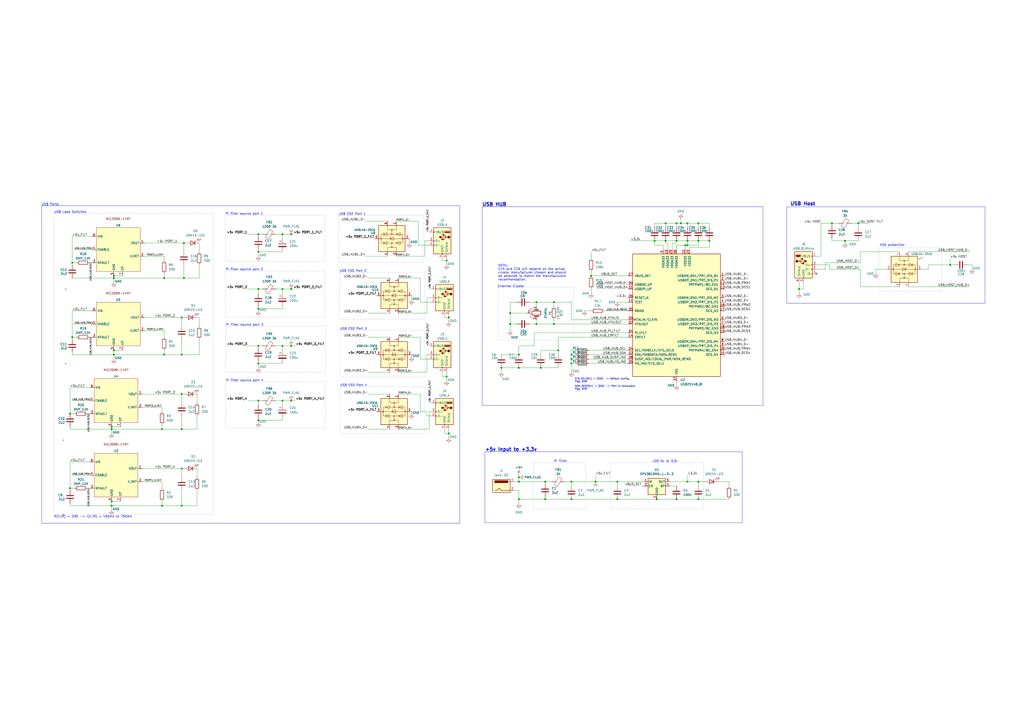
<source format=kicad_sch>
(kicad_sch (version 20230121) (generator eeschema)
  (paper "A2")
  (title_block (title "USB Hub") (date "2025-02-12") (rev "REV 1.0") (company "Felipe Santisteban Facal") (comment 1 "Phil's Lab design"))
  (junction (at 105.41 228.6))
  (junction (at 105.41 271.78))
  (junction (at 392.43 289.56))
  (junction (at 149.86 232.41))
  (junction (at 345.44 279.4))
  (junction (at 66.04 203.2))
  (junction (at 342.9 160.02))
  (junction (at 105.41 205.74))
  (junction (at 66.04 160.02))
  (junction (at 105.41 248.92))
  (junction (at 300.99 205.74))
  (junction (at 295.91 187.96))
  (junction (at 149.86 200.66))
  (junction (at 66.04 205.74))
  (junction (at 168.91 167.64))
  (junction (at 381 289.56))
  (junction (at 331.47 289.56))
  (junction (at 323.85 203.2))
  (junction (at 405.13 129.54))
  (junction (at 260.35 184.15))
  (junction (at 290.83 213.36))
  (junction (at 106.68 161.29))
  (junction (at 163.83 232.41))
  (junction (at 379.73 139.7))
  (junction (at 394.97 129.54))
  (junction (at 405.13 279.4))
  (junction (at 311.15 187.96))
  (junction (at 149.86 135.89))
  (junction (at 316.23 279.4))
  (junction (at 321.31 187.96))
  (junction (at 300.99 213.36))
  (junction (at 490.22 139.7))
  (junction (at 311.15 175.26))
  (junction (at 149.86 243.84))
  (junction (at 482.6 129.54))
  (junction (at 93.98 293.37))
  (junction (at 386.08 129.54))
  (junction (at 398.78 279.4))
  (junction (at 463.55 167.64))
  (junction (at 163.83 200.66))
  (junction (at 163.83 167.64))
  (junction (at 66.04 161.29))
  (junction (at 41.91 152.4))
  (junction (at 64.77 248.92))
  (junction (at 149.86 146.05))
  (junction (at 163.83 135.89))
  (junction (at 386.08 139.7))
  (junction (at 149.86 179.07))
  (junction (at 392.43 129.54))
  (junction (at 64.77 290.83))
  (junction (at 259.08 218.44))
  (junction (at 41.91 195.58))
  (junction (at 398.78 142.24))
  (junction (at 398.78 139.7))
  (junction (at 95.25 205.74))
  (junction (at 64.77 293.37))
  (junction (at 392.43 139.7))
  (junction (at 358.14 279.4))
  (junction (at 168.91 200.66))
  (junction (at 316.23 289.56))
  (junction (at 331.47 210.82))
  (junction (at 300.99 289.56))
  (junction (at 411.48 139.7))
  (junction (at 105.41 293.37))
  (junction (at 168.91 135.89))
  (junction (at 149.86 210.82))
  (junction (at 95.25 161.29))
  (junction (at 331.47 208.28))
  (junction (at 259.08 151.13))
  (junction (at 551.18 153.67))
  (junction (at 331.47 205.74))
  (junction (at 405.13 289.56))
  (junction (at 260.35 251.46))
  (junction (at 64.77 247.65))
  (junction (at 358.14 289.56))
  (junction (at 93.98 248.92))
  (junction (at 313.69 213.36))
  (junction (at 300.99 279.4))
  (junction (at 397.51 142.24))
  (junction (at 497.84 129.54))
  (junction (at 149.86 167.64))
  (junction (at 295.91 181.61))
  (junction (at 40.64 240.03))
  (junction (at 300.99 276.86))
  (junction (at 331.47 279.4))
  (junction (at 405.13 139.7))
  (junction (at 168.91 232.41))
  (junction (at 398.78 129.54))
  (junction (at 321.31 175.26))
  (junction (at 106.68 140.97))
  (junction (at 40.64 283.21))
  (junction (at 105.41 184.15))
  (no_connect (at 473.71 158.75))
  (wire (pts (xy 64.77 293.37) (xy 64.77 295.91)))
  (wire (pts (xy 508 156.21) (xy 508 158.75)))
  (wire (pts (xy 499.11 146.05) (xy 499.11 152.4)))
  (wire (pts (xy 40.64 224.79) (xy 40.64 240.03)))
  (wire (pts (xy 331.47 279.4) (xy 345.44 279.4)))
  (wire (pts (xy 238.76 171.45) (xy 238.76 173.99)))
  (wire (pts (xy 295.91 187.96) (xy 295.91 191.77)))
  (wire (pts (xy 95.25 203.2) (xy 95.25 205.74)))
  (wire (pts (xy 379.73 139.7) (xy 379.73 142.24)))
  (wire (pts (xy 213.36 161.29) (xy 226.06 161.29)))
  (wire (pts (xy 364.49 175.26) (xy 358.14 175.26)))
  (wire (pts (xy 405.13 279.4) (xy 408.94 279.4)))
  (wire (pts (xy 364.49 195.58) (xy 323.85 195.58)))
  (wire (pts (xy 66.04 203.2) (xy 66.04 205.74)))
  (wire (pts (xy 463.55 167.64) (xy 463.55 170.18)))
  (wire (pts (xy 398.78 139.7) (xy 405.13 139.7)))
  (wire (pts (xy 160.02 232.41) (xy 163.83 232.41)))
  (wire (pts (xy 394.97 127) (xy 394.97 129.54)))
  (wire (pts (xy 416.56 279.4) (xy 422.91 279.4)))
  (wire (pts (xy 143.51 232.41) (xy 149.86 232.41)))
  (wire (pts (xy 392.43 140.97) (xy 392.43 139.7)))
  (wire (pts (xy 331.47 281.94) (xy 331.47 279.4)))
  (wire (pts (xy 41.91 161.29) (xy 66.04 161.29)))
  (wire (pts (xy 163.83 177.8) (xy 163.83 179.07)))
  (wire (pts (xy 482.6 129.54) (xy 486.41 129.54)))
  (wire (pts (xy 290.83 205.74) (xy 300.99 205.74)))
  (wire (pts (xy 398.78 142.24) (xy 405.13 142.24)))
  (wire (pts (xy 231.14 181.61) (xy 247.65 181.61)))
  (wire (pts (xy 311.15 187.96) (xy 321.31 187.96)))
  (wire (pts (xy 93.98 283.21) (xy 93.98 279.4)))
  (wire (pts (xy 563.88 153.67) (xy 563.88 156.21)))
  (wire (pts (xy 82.55 228.6) (xy 105.41 228.6)))
  (wire (pts (xy 481.33 156.21) (xy 481.33 153.67)))
  (wire (pts (xy 411.48 129.54) (xy 411.48 132.08)))
  (wire (pts (xy 114.3 233.68) (xy 114.3 228.6)))
  (wire (pts (xy 83.82 184.15) (xy 105.41 184.15)))
  (wire (pts (xy 331.47 208.28) (xy 331.47 205.74)))
  (wire (pts (xy 106.68 161.29) (xy 95.25 161.29)))
  (wire (pts (xy 386.08 129.54) (xy 392.43 129.54)))
  (wire (pts (xy 247.65 181.61) (xy 247.65 172.72)))
  (wire (pts (xy 311.15 175.26) (xy 307.34 175.26)))
  (wire (pts (xy 321.31 185.42) (xy 321.31 187.96)))
  (wire (pts (xy 331.47 210.82) (xy 331.47 215.9)))
  (wire (pts (xy 478.79 152.4) (xy 499.11 152.4)))
  (wire (pts (xy 40.64 247.65) (xy 40.64 248.92)))
  (wire (pts (xy 257.81 182.88) (xy 257.81 184.15)))
  (wire (pts (xy 388.62 279.4) (xy 398.78 279.4)))
  (wire (pts (xy 66.04 160.02) (xy 71.12 160.02)))
  (wire (pts (xy 300.99 213.36) (xy 313.69 213.36)))
  (wire (pts (xy 115.57 189.23) (xy 115.57 184.15)))
  (wire (pts (xy 115.57 184.15) (xy 114.3 184.15)))
  (wire (pts (xy 163.83 170.18) (xy 163.83 167.64)))
  (wire (pts (xy 341.63 205.74) (xy 364.49 205.74)))
  (wire (pts (xy 379.73 129.54) (xy 386.08 129.54)))
  (wire (pts (xy 321.31 177.8) (xy 321.31 175.26)))
  (wire (pts (xy 149.86 167.64) (xy 149.86 170.18)))
  (wire (pts (xy 213.36 181.61) (xy 226.06 181.61)))
  (wire (pts (xy 95.25 191.77) (xy 83.82 191.77)))
  (wire (pts (xy 50.8 240.03) (xy 52.07 240.03)))
  (wire (pts (xy 497.84 129.54) (xy 504.19 129.54)))
  (wire (pts (xy 115.57 196.85) (xy 115.57 205.74)))
  (wire (pts (xy 248.92 238.76) (xy 250.19 238.76)))
  (wire (pts (xy 106.68 140.97) (xy 107.95 140.97)))
  (wire (pts (xy 334.01 210.82) (xy 331.47 210.82)))
  (wire (pts (xy 358.14 279.4) (xy 373.38 279.4)))
  (wire (pts (xy 41.91 195.58) (xy 44.45 195.58)))
  (wire (pts (xy 82.55 271.78) (xy 105.41 271.78)))
  (wire (pts (xy 295.91 175.26) (xy 295.91 181.61)))
  (wire (pts (xy 66.04 161.29) (xy 66.04 163.83)))
  (wire (pts (xy 163.83 242.57) (xy 163.83 243.84)))
  (wire (pts (xy 309.88 200.66) (xy 300.99 200.66)))
  (wire (pts (xy 93.98 293.37) (xy 64.77 293.37)))
  (wire (pts (xy 95.25 148.59) (xy 83.82 148.59)))
  (wire (pts (xy 149.86 146.05) (xy 163.83 146.05)))
  (wire (pts (xy 553.72 153.67) (xy 551.18 153.67)))
  (wire (pts (xy 95.25 151.13) (xy 95.25 148.59)))
  (wire (pts (xy 392.43 139.7) (xy 398.78 139.7)))
  (wire (pts (xy 290.83 213.36) (xy 290.83 215.9)))
  (wire (pts (xy 115.57 146.05) (xy 115.57 140.97)))
  (wire (pts (xy 246.38 139.7) (xy 248.92 139.7)))
  (wire (pts (xy 482.6 129.54) (xy 482.6 130.81)))
  (wire (pts (xy 50.8 283.21) (xy 52.07 283.21)))
  (wire (pts (xy 242.57 128.27) (xy 242.57 142.24)))
  (wire (pts (xy 298.45 279.4) (xy 300.99 279.4)))
  (wire (pts (xy 463.55 163.83) (xy 463.55 167.64)))
  (wire (pts (xy 41.91 205.74) (xy 66.04 205.74)))
  (wire (pts (xy 490.22 139.7) (xy 497.84 139.7)))
  (wire (pts (xy 247.65 241.3) (xy 250.19 241.3)))
  (wire (pts (xy 313.69 213.36) (xy 323.85 213.36)))
  (wire (pts (xy 372.11 281.94) (xy 373.38 281.94)))
  (wire (pts (xy 40.64 248.92) (xy 64.77 248.92)))
  (wire (pts (xy 247.65 238.76) (xy 247.65 241.3)))
  (wire (pts (xy 242.57 142.24) (xy 248.92 142.24)))
  (wire (pts (xy 213.36 215.9) (xy 226.06 215.9)))
  (wire (pts (xy 538.48 153.67) (xy 551.18 153.67)))
  (wire (pts (xy 247.65 172.72) (xy 250.19 172.72)))
  (wire (pts (xy 64.77 248.92) (xy 64.77 251.46)))
  (wire (pts (xy 114.3 241.3) (xy 114.3 248.92)))
  (wire (pts (xy 405.13 139.7) (xy 411.48 139.7)))
  (wire (pts (xy 256.54 215.9) (xy 256.54 218.44)))
  (wire (pts (xy 260.35 184.15) (xy 260.35 182.88)))
  (wire (pts (xy 259.08 218.44) (xy 259.08 215.9)))
  (wire (pts (xy 365.76 139.7) (xy 379.73 139.7)))
  (wire (pts (xy 149.86 209.55) (xy 149.86 210.82)))
  (wire (pts (xy 386.08 129.54) (xy 386.08 132.08)))
  (wire (pts (xy 163.83 200.66) (xy 168.91 200.66)))
  (wire (pts (xy 143.51 135.89) (xy 149.86 135.89)))
  (wire (pts (xy 257.81 248.92) (xy 257.81 251.46)))
  (wire (pts (xy 41.91 152.4) (xy 41.91 153.67)))
  (wire (pts (xy 105.41 228.6) (xy 106.68 228.6)))
  (wire (pts (xy 163.83 232.41) (xy 168.91 232.41)))
  (wire (pts (xy 527.05 146.05) (xy 562.61 146.05)))
  (wire (pts (xy 105.41 276.86) (xy 105.41 271.78)))
  (wire (pts (xy 379.73 139.7) (xy 386.08 139.7)))
  (wire (pts (xy 149.86 144.78) (xy 149.86 146.05)))
  (wire (pts (xy 143.51 200.66) (xy 149.86 200.66)))
  (wire (pts (xy 309.88 193.04) (xy 309.88 200.66)))
  (wire (pts (xy 41.91 195.58) (xy 41.91 196.85)))
  (wire (pts (xy 341.63 208.28) (xy 364.49 208.28)))
  (wire (pts (xy 331.47 279.4) (xy 327.66 279.4)))
  (wire (pts (xy 168.91 232.41) (xy 171.45 232.41)))
  (wire (pts (xy 538.48 156.21) (xy 538.48 153.67)))
  (wire (pts (xy 316.23 289.56) (xy 331.47 289.56)))
  (wire (pts (xy 114.3 276.86) (xy 114.3 271.78)))
  (wire (pts (xy 41.91 152.4) (xy 44.45 152.4)))
  (wire (pts (xy 40.64 283.21) (xy 40.64 284.48)))
  (wire (pts (xy 168.91 135.89) (xy 170.18 135.89)))
  (wire (pts (xy 295.91 181.61) (xy 295.91 187.96)))
  (wire (pts (xy 521.97 166.37) (xy 499.11 166.37)))
  (wire (pts (xy 40.64 283.21) (xy 43.18 283.21)))
  (wire (pts (xy 300.99 289.56) (xy 300.99 284.48)))
  (wire (pts (xy 149.86 179.07) (xy 149.86 180.34)))
  (wire (pts (xy 149.86 179.07) (xy 163.83 179.07)))
  (wire (pts (xy 381 289.56) (xy 392.43 289.56)))
  (wire (pts (xy 231.14 215.9) (xy 247.65 215.9)))
  (wire (pts (xy 400.05 143.51) (xy 400.05 144.78)))
  (wire (pts (xy 168.91 200.66) (xy 171.45 200.66)))
  (wire (pts (xy 311.15 175.26) (xy 321.31 175.26)))
  (wire (pts (xy 40.64 292.1) (xy 40.64 293.37)))
  (wire (pts (xy 342.9 167.64) (xy 342.9 170.18)))
  (wire (pts (xy 256.54 151.13) (xy 259.08 151.13)))
  (wire (pts (xy 106.68 146.05) (xy 106.68 140.97)))
  (wire (pts (xy 168.91 167.64) (xy 170.18 167.64)))
  (wire (pts (xy 260.35 251.46) (xy 260.35 248.92)))
  (wire (pts (xy 300.99 279.4) (xy 316.23 279.4)))
  (wire (pts (xy 358.14 289.56) (xy 381 289.56)))
  (wire (pts (xy 243.84 195.58) (xy 243.84 208.28)))
  (wire (pts (xy 212.09 128.27) (xy 224.79 128.27)))
  (wire (pts (xy 331.47 205.74) (xy 334.01 205.74)))
  (wire (pts (xy 149.86 135.89) (xy 149.86 137.16)))
  (wire (pts (xy 40.64 224.79) (xy 52.07 224.79)))
  (wire (pts (xy 163.83 138.43) (xy 163.83 135.89)))
  (wire (pts (xy 358.14 281.94) (xy 358.14 279.4)))
  (wire (pts (xy 41.91 180.34) (xy 53.34 180.34)))
  (wire (pts (xy 66.04 203.2) (xy 71.12 203.2)))
  (wire (pts (xy 41.91 137.16) (xy 53.34 137.16)))
  (wire (pts (xy 331.47 185.42) (xy 331.47 175.26)))
  (wire (pts (xy 363.22 172.72) (xy 364.49 172.72)))
  (wire (pts (xy 300.99 200.66) (xy 300.99 205.74)))
  (wire (pts (xy 52.07 152.4) (xy 53.34 152.4)))
  (wire (pts (xy 490.22 139.7) (xy 490.22 140.97)))
  (wire (pts (xy 331.47 210.82) (xy 331.47 208.28)))
  (wire (pts (xy 405.13 279.4) (xy 405.13 281.94)))
  (wire (pts (xy 115.57 153.67) (xy 115.57 161.29)))
  (wire (pts (xy 213.36 228.6) (xy 226.06 228.6)))
  (wire (pts (xy 105.41 248.92) (xy 93.98 248.92)))
  (wire (pts (xy 342.9 146.05) (xy 342.9 149.86)))
  (wire (pts (xy 40.64 267.97) (xy 52.07 267.97)))
  (wire (pts (xy 400.05 143.51) (xy 411.48 143.51)))
  (wire (pts (xy 260.35 184.15) (xy 260.35 186.69)))
  (wire (pts (xy 246.38 148.59) (xy 246.38 139.7)))
  (wire (pts (xy 405.13 129.54) (xy 405.13 132.08)))
  (wire (pts (xy 231.14 248.92) (xy 248.92 248.92)))
  (wire (pts (xy 93.98 238.76) (xy 93.98 236.22)))
  (wire (pts (xy 64.77 247.65) (xy 69.85 247.65)))
  (wire (pts (xy 345.44 279.4) (xy 358.14 279.4)))
  (wire (pts (xy 561.34 153.67) (xy 563.88 153.67)))
  (wire (pts (xy 105.41 293.37) (xy 114.3 293.37)))
  (wire (pts (xy 398.78 142.24) (xy 398.78 139.7)))
  (wire (pts (xy 392.43 129.54) (xy 394.97 129.54)))
  (wire (pts (xy 41.91 180.34) (xy 41.91 195.58)))
  (wire (pts (xy 95.25 205.74) (xy 66.04 205.74)))
  (wire (pts (xy 482.6 138.43) (xy 482.6 139.7)))
  (wire (pts (xy 392.43 142.24) (xy 397.51 142.24)))
  (wire (pts (xy 149.86 243.84) (xy 149.86 245.11)))
  (wire (pts (xy 321.31 175.26) (xy 331.47 175.26)))
  (wire (pts (xy 231.14 228.6) (xy 243.84 228.6)))
  (wire (pts (xy 41.91 275.59) (xy 52.07 275.59)))
  (wire (pts (xy 105.41 293.37) (xy 93.98 293.37)))
  (wire (pts (xy 534.67 156.21) (xy 538.48 156.21)))
  (wire (pts (xy 105.41 271.78) (xy 106.68 271.78)))
  (wire (pts (xy 466.09 163.83) (xy 466.09 167.64)))
  (wire (pts (xy 473.71 153.67) (xy 481.33 153.67)))
  (wire (pts (xy 105.41 205.74) (xy 95.25 205.74)))
  (wire (pts (xy 229.87 148.59) (xy 246.38 148.59)))
  (wire (pts (xy 323.85 195.58) (xy 323.85 203.2)))
  (wire (pts (xy 257.81 184.15) (xy 260.35 184.15)))
  (wire (pts (xy 149.86 242.57) (xy 149.86 243.84)))
  (wire (pts (xy 497.84 129.54) (xy 494.03 129.54)))
  (wire (pts (xy 473.71 148.59) (xy 476.25 148.59)))
  (wire (pts (xy 422.91 281.94) (xy 422.91 279.4)))
  (wire (pts (xy 212.09 148.59) (xy 224.79 148.59)))
  (wire (pts (xy 149.86 167.64) (xy 152.4 167.64)))
  (wire (pts (xy 105.41 196.85) (xy 105.41 205.74)))
  (wire (pts (xy 243.84 238.76) (xy 243.84 228.6)))
  (wire (pts (xy 247.65 215.9) (xy 247.65 205.74)))
  (wire (pts (xy 384.81 142.24) (xy 379.73 142.24)))
  (wire (pts (xy 40.64 293.37) (xy 64.77 293.37)))
  (wire (pts (xy 295.91 175.26) (xy 299.72 175.26)))
  (wire (pts (xy 341.63 203.2) (xy 364.49 203.2)))
  (wire (pts (xy 149.86 232.41) (xy 149.86 234.95)))
  (wire (pts (xy 105.41 248.92) (xy 114.3 248.92)))
  (wire (pts (xy 163.83 167.64) (xy 168.91 167.64)))
  (wire (pts (xy 331.47 205.74) (xy 331.47 203.2)))
  (wire (pts (xy 160.02 167.64) (xy 163.83 167.64)))
  (wire (pts (xy 247.65 205.74) (xy 248.92 205.74)))
  (wire (pts (xy 213.36 195.58) (xy 226.06 195.58)))
  (wire (pts (xy 238.76 205.74) (xy 238.76 207.01)))
  (wire (pts (xy 238.76 238.76) (xy 238.76 240.03)))
  (wire (pts (xy 331.47 203.2) (xy 334.01 203.2)))
  (wire (pts (xy 257.81 251.46) (xy 260.35 251.46)))
  (wire (pts (xy 143.51 167.64) (xy 149.86 167.64)))
  (wire (pts (xy 66.04 205.74) (xy 66.04 208.28)))
  (wire (pts (xy 342.9 160.02) (xy 364.49 160.02)))
  (wire (pts (xy 105.41 241.3) (xy 105.41 248.92)))
  (wire (pts (xy 43.18 144.78) (xy 53.34 144.78)))
  (wire (pts (xy 243.84 175.26) (xy 250.19 175.26)))
  (wire (pts (xy 160.02 200.66) (xy 163.83 200.66)))
  (wire (pts (xy 248.92 238.76) (xy 248.92 248.92)))
  (wire (pts (xy 389.89 140.97) (xy 392.43 140.97)))
  (wire (pts (xy 411.48 143.51) (xy 411.48 139.7)))
  (wire (pts (xy 342.9 157.48) (xy 342.9 160.02)))
  (wire (pts (xy 316.23 279.4) (xy 316.23 280.67)))
  (wire (pts (xy 93.98 246.38) (xy 93.98 248.92)))
  (wire (pts (xy 405.13 129.54) (xy 411.48 129.54)))
  (wire (pts (xy 95.25 161.29) (xy 66.04 161.29)))
  (wire (pts (xy 106.68 161.29) (xy 115.57 161.29)))
  (wire (pts (xy 149.86 243.84) (xy 163.83 243.84)))
  (wire (pts (xy 105.41 184.15) (xy 106.68 184.15)))
  (wire (pts (xy 259.08 218.44) (xy 259.08 220.98)))
  (wire (pts (xy 551.18 149.86) (xy 551.18 153.67)))
  (wire (pts (xy 256.54 149.86) (xy 256.54 151.13)))
  (wire (pts (xy 499.11 156.21) (xy 481.33 156.21)))
  (wire (pts (xy 364.49 193.04) (xy 309.88 193.04)))
  (wire (pts (xy 93.98 236.22) (xy 82.55 236.22)))
  (wire (pts (xy 149.86 146.05) (xy 149.86 148.59)))
  (wire (pts (xy 387.35 140.97) (xy 386.08 140.97)))
  (wire (pts (xy 331.47 185.42) (xy 364.49 185.42)))
  (wire (pts (xy 392.43 220.98) (xy 392.43 223.52)))
  (wire (pts (xy 105.41 233.68) (xy 105.41 228.6)))
  (wire (pts (xy 149.86 232.41) (xy 152.4 232.41)))
  (wire (pts (xy 300.99 284.48) (xy 298.45 284.48)))
  (wire (pts (xy 499.11 166.37) (xy 499.11 156.21)))
  (wire (pts (xy 478.79 156.21) (xy 473.71 156.21)))
  (wire (pts (xy 66.04 160.02) (xy 66.04 161.29)))
  (wire (pts (xy 260.35 251.46) (xy 260.35 254)))
  (wire (pts (xy 397.51 144.78) (xy 397.51 142.24)))
  (wire (pts (xy 40.64 240.03) (xy 43.18 240.03)))
  (wire (pts (xy 316.23 288.29) (xy 316.23 289.56)))
  (wire (pts (xy 149.86 200.66) (xy 149.86 201.93)))
  (wire (pts (xy 237.49 138.43) (xy 237.49 140.97)))
  (wire (pts (xy 229.87 128.27) (xy 242.57 128.27)))
  (wire (pts (xy 300.99 275.59) (xy 300.99 276.86)))
  (wire (pts (xy 331.47 208.28) (xy 334.01 208.28)))
  (wire (pts (xy 497.84 132.08) (xy 497.84 129.54)))
  (wire (pts (xy 482.6 139.7) (xy 490.22 139.7)))
  (wire (pts (xy 243.84 238.76) (xy 247.65 238.76)))
  (wire (pts (xy 95.25 195.58) (xy 95.25 191.77)))
  (wire (pts (xy 405.13 289.56) (xy 422.91 289.56)))
  (wire (pts (xy 149.86 210.82) (xy 163.83 210.82)))
  (wire (pts (xy 478.79 152.4) (xy 478.79 156.21)))
  (wire (pts (xy 213.36 248.92) (xy 226.06 248.92)))
  (wire (pts (xy 311.15 177.8) (xy 311.15 175.26)))
  (wire (pts (xy 311.15 187.96) (xy 311.15 185.42)))
  (wire (pts (xy 341.63 210.82) (xy 364.49 210.82)))
  (wire (pts (xy 398.78 129.54) (xy 405.13 129.54)))
  (wire (pts (xy 300.99 276.86) (xy 300.99 279.4)))
  (wire (pts (xy 339.09 180.34) (xy 342.9 180.34)))
  (wire (pts (xy 259.08 151.13) (xy 259.08 149.86)))
  (wire (pts (xy 163.83 234.95) (xy 163.83 232.41)))
  (wire (pts (xy 388.62 281.94) (xy 392.43 281.94)))
  (wire (pts (xy 387.35 144.78) (xy 387.35 140.97)))
  (wire (pts (xy 295.91 181.61) (xy 306.07 181.61)))
  (wire (pts (xy 398.78 129.54) (xy 398.78 132.08)))
  (wire (pts (xy 243.84 161.29) (xy 243.84 175.26)))
  (wire (pts (xy 163.83 135.89) (xy 168.91 135.89)))
  (wire (pts (xy 389.89 144.78) (xy 389.89 140.97)))
  (wire (pts (xy 313.69 205.74) (xy 313.69 203.2)))
  (wire (pts (xy 321.31 187.96) (xy 364.49 187.96)))
  (wire (pts (xy 397.51 142.24) (xy 398.78 142.24)))
  (wire (pts (xy 231.14 195.58) (xy 243.84 195.58)))
  (wire (pts (xy 243.84 208.28) (xy 248.92 208.28)))
  (wire (pts (xy 163.83 203.2) (xy 163.83 200.66)))
  (wire (pts (xy 160.02 135.89) (xy 163.83 135.89)))
  (wire (pts (xy 482.6 129.54) (xy 476.25 129.54)))
  (wire (pts (xy 379.73 129.54) (xy 379.73 132.08)))
  (wire (pts (xy 64.77 290.83) (xy 69.85 290.83)))
  (wire (pts (xy 300.99 289.56) (xy 316.23 289.56)))
  (wire (pts (xy 43.18 187.96) (xy 53.34 187.96)))
  (wire (pts (xy 114.3 284.48) (xy 114.3 293.37)))
  (wire (pts (xy 392.43 289.56) (xy 405.13 289.56)))
  (wire (pts (xy 398.78 279.4) (xy 405.13 279.4)))
  (wire (pts (xy 149.86 200.66) (xy 152.4 200.66)))
  (wire (pts (xy 52.07 195.58) (xy 53.34 195.58)))
  (wire (pts (xy 105.41 189.23) (xy 105.41 184.15)))
  (wire (pts (xy 41.91 204.47) (xy 41.91 205.74)))
  (wire (pts (xy 93.98 248.92) (xy 64.77 248.92)))
  (wire (pts (xy 476.25 129.54) (xy 476.25 148.59)))
  (wire (pts (xy 93.98 290.83) (xy 93.98 293.37)))
  (wire (pts (xy 231.14 161.29) (xy 243.84 161.29)))
  (wire (pts (xy 394.97 129.54) (xy 398.78 129.54)))
  (wire (pts (xy 386.08 140.97) (xy 386.08 139.7)))
  (wire (pts (xy 295.91 187.96) (xy 299.72 187.96)))
  (wire (pts (xy 40.64 267.97) (xy 40.64 283.21)))
  (wire (pts (xy 307.34 187.96) (xy 311.15 187.96)))
  (wire (pts (xy 386.08 139.7) (xy 392.43 139.7)))
  (wire (pts (xy 398.78 275.59) (xy 398.78 279.4)))
  (wire (pts (xy 41.91 137.16) (xy 41.91 152.4)))
  (wire (pts (xy 392.43 144.78) (xy 392.43 142.24)))
  (wire (pts (xy 64.77 290.83) (xy 64.77 293.37)))
  (wire (pts (xy 256.54 218.44) (xy 259.08 218.44)))
  (wire (pts (xy 527.05 166.37) (xy 562.61 166.37)))
  (wire (pts (xy 300.99 289.56) (xy 300.99 292.1)))
  (wire (pts (xy 93.98 279.4) (xy 82.55 279.4)))
  (wire (pts (xy 105.41 205.74) (xy 115.57 205.74)))
  (wire (pts (xy 105.41 284.48) (xy 105.41 293.37)))
  (wire (pts (xy 521.97 146.05) (xy 499.11 146.05)))
  (wire (pts (xy 64.77 247.65) (xy 64.77 248.92)))
  (wire (pts (xy 508 156.21) (xy 514.35 156.21)))
  (wire (pts (xy 41.91 232.41) (xy 52.07 232.41)))
  (wire (pts (xy 384.81 144.78) (xy 384.81 142.24)))
  (wire (pts (xy 149.86 177.8) (xy 149.86 179.07)))
  (wire (pts (xy 83.82 140.97) (xy 106.68 140.97)))
  (wire (pts (xy 345.44 275.59) (xy 345.44 279.4)))
  (wire (pts (xy 149.86 135.89) (xy 152.4 135.89)))
  (wire (pts (xy 290.83 213.36) (xy 300.99 213.36)))
  (wire (pts (xy 405.13 142.24) (xy 405.13 139.7)))
  (wire (pts (xy 95.25 158.75) (xy 95.25 161.29)))
  (wire (pts (xy 313.69 203.2) (xy 323.85 203.2)))
  (wire (pts (xy 350.52 180.34) (xy 364.49 180.34)))
  (wire (pts (xy 392.43 129.54) (xy 392.43 132.08)))
  (wire (pts (xy 259.08 151.13) (xy 259.08 153.67)))
  (wire (pts (xy 149.86 210.82) (xy 149.86 213.36)))
  (wire (pts (xy 106.68 153.67) (xy 106.68 161.29)))
  (wire (pts (xy 323.85 203.2) (xy 323.85 205.74)))
  (wire (pts (xy 358.14 289.56) (xy 331.47 289.56)))
  (wire (pts (xy 316.23 279.4) (xy 320.04 279.4)))
  (wire (pts (xy 463.55 167.64) (xy 466.09 167.64)))
  (rectangle (start 196.469 124.968) (end 245.745 152.146) (stroke (width 0) (type dot)))
  (rectangle (start 24.13 119.38) (end 266.7 303.53))
  (rectangle (start 354.33 268.351) (end 408.305 295.021) (stroke (width 0) (type dot)))
  (rectangle (start 456.438 120.015) (end 571.373 175.895))
  (rectangle (start 197.231 224.282) (end 246.507 251.46) (stroke (width 0) (type dot)))
  (rectangle (start 196.977 157.988) (end 246.253 185.166) (stroke (width 0) (type dot)))
  (rectangle (start 309.245 268.351) (end 339.725 295.021) (stroke (width 0) (type dot)))
  (rectangle (start 130.81 157.226) (end 188.468 183.896) (stroke (width 0) (type dot)))
  (rectangle (start 509.778 143.637) (end 545.973 169.037) (stroke (width 0) (type dot)))
  (rectangle (start 130.937 189.357) (end 188.595 216.027) (stroke (width 0) (type dot)))
  (rectangle (start 130.81 124.968) (end 188.468 151.638) (stroke (width 0) (type dot)))
  (rectangle (start 130.937 221.615) (end 188.595 248.285) (stroke (width 0) (type dot)))
  (rectangle (start 288.925 166.624) (end 332.867 197.358) (stroke (width 0) (type dot)))
  (rectangle (start 197.231 191.516) (end 246.507 218.694) (stroke (width 0) (type dot)))
  (rectangle (start 281.305 262.001) (end 430.53 303.276))
  (rectangle (start 31.369 123.825) (end 123.571 298.196) (stroke (width 0) (type dot)))
  (rectangle (start 279.654 119.888) (end 442.595 235.204))
  (text "PI filter source port 4\n" (at 130.937 221.488 0) (effects (font (size 1.27 1.27)) (justify left bottom)))
  (text "+5v Input to +3.3v" (at 281.305 262.001 0) (effects (font (size 2 2) (thickness 0.4) bold) (justify left bottom)))
  (text "R(ILIM) = 330 -> I(ILIM) = 450mA to 750mA" (at 31.369 300.482 0) (effects (font (size 1.27 1.27)) (justify left bottom)))
  (text "USB Host" (at 458.343 119.507 0) (effects (font (size 2 2) (thickness 0.4) bold) (justify left bottom)))
  (text "USB ESD Port 2" (at 196.977 157.988 0) (effects (font (size 1.27 1.27)) (justify left bottom)))
  (text "USB HUB" (at 279.654 119.888 0) (effects (font (size 2 2) (thickness 0.4) bold) (justify left bottom)))
  (text "PI filter\n" (at 321.31 268.351 0) (effects (font (size 1.27 1.27)) (justify left bottom)))
  (text "LDO 5v to 3.3v\n" (at 378.46 268.351 0) (effects (font (size 1.27 1.27)) (justify left bottom)))
  (text "NOTE:\nC15 and C16 will depend on the actual\ncrystal manufacturer chosen and should\nbe selected to match the manufacturers \nrecommendation." (at 288.925 163.068 0) (effects (font (size 1.27 1.27)) (justify left bottom)))
  (text "USB Load Switches" (at 31.369 123.825 0) (effects (font (size 1.27 1.27)) (justify left bottom)))
  (text "USB ESD Port 1" (at 196.469 124.968 0) (effects (font (size 1.27 1.27)) (justify left bottom)))
  (text "USB Ports" (at 24.13 119.38 0) (effects (font (size 1.27 1.27)) (justify left bottom)))
  (text "USB ESD Port 4" (at 197.231 224.282 0) (effects (font (size 1.27 1.27)) (justify left bottom)))
  (text "PI filter source port 3\n" (at 130.937 189.23 0) (effects (font (size 1.27 1.27)) (justify left bottom)))
  (text "NON_REM[0:1] = [0;0] -> Port is removable.\nPag. #20" (at 333.375 226.314 0) (effects (font (size 1 1)) (justify left bottom)))
  (text "ESD protection" (at 510.413 143.002 0) (effects (font (size 1.27 1.27)) (justify left bottom)))
  (text "External Crystal" (at 288.671 166.878 0) (effects (font (size 1.27 1.27)) (justify left bottom)))
  (text "USB ESD Port 3" (at 197.231 191.516 0) (effects (font (size 1.27 1.27)) (justify left bottom)))
  (text "PI filter source port 2\n" (at 130.81 157.099 0) (effects (font (size 1.27 1.27)) (justify left bottom)))
  (text "CFG_SEL[0:1] = [0;0] -> Default config.\nPag. #26" (at 333.375 221.996 0) (effects (font (size 1 1)) (justify left bottom)))
  (text "PI filter source port 1\n" (at 130.81 124.841 0) (effects (font (size 1.27 1.27)) (justify left bottom)))
  (label "+5v HOST FILT" (at 497.84 129.54 0))
  (label "USB_HUB_SCL" (at 363.22 203.2 180))
  (label "PORT4_D+" (at 231.14 248.92 0) (effects (font (size 1 1))))
  (label "USB_HUB4_D+" (at 213.36 248.92 180))
  (label "+5v PORT_1_FILT" (at 248.92 134.62 90) (effects (font (size 1 1) bold)))
  (label "USB_HUB_XTALOUT" (at 342.9 187.96 0))
  (label "+5v PORT_1_FILT" (at 217.17 138.43 180) (effects (font bold)))
  (label "+5v_FILT" (at 41.91 180.34 0))
  (label "USB_HUB3_D+" (at 420.37 187.96 0))
  (label "PORT2_D-" (at 231.14 161.29 0) (effects (font (size 1 1))))
  (label "USB_HUB1_D+" (at 420.37 162.56 0))
  (label "+5v_FILT" (at 342.9 146.05 0))
  (label "+5v HOST" (at 476.25 129.54 180))
  (label "USB_HUB_OCS3" (at 420.37 193.04 0))
  (label "+5v PORT_2" (at 101.6 184.15 180))
  (label "USB_HOST_HUB_D+" (at 562.61 166.37 180))
  (label "USB_HUB_OCS1" (at 53.34 152.4 270) (effects (font (size 0.9 0.9))))
  (label "+5v PORT_2_FILT" (at 170.18 167.64 0) (effects (font bold)))
  (label "+5v PORT_4_FILT" (at 218.44 238.76 180) (effects (font bold)))
  (label "USB_HUB2_D-" (at 213.36 161.29 180))
  (label "+5v_FILT" (at 40.64 224.79 0))
  (label "USB_HUB_PRW1" (at 420.37 165.1 0))
  (label "USB_HUB_XTALIN" (at 342.9 185.42 0))
  (label "USB_HUB_PLLFILT" (at 342.9 193.04 0))
  (label "USB_HUB_OCS3" (at 52.07 240.03 270) (effects (font (size 0.9 0.9))))
  (label "USB_HUB_OCS4" (at 420.37 205.74 0))
  (label "PORT3_D-" (at 231.14 195.58 0) (effects (font (size 1 1))))
  (label "PORT4_ILIMIT" (at 83.82 279.4 0) (effects (font (size 1 1))))
  (label "USB_HUB_RBIAS" (at 351.79 180.34 0) (effects (font (size 1 1))))
  (label "USB_HOST_HUB_D-" (at 562.61 146.05 180))
  (label "PORT4_D-" (at 231.14 228.6 0) (effects (font (size 1 1))))
  (label "VBUS_DET" (at 372.11 281.94 180))
  (label "USB_HUB4_D+" (at 420.37 200.66 0))
  (label "USB_HUB_SUSP_IND" (at 363.22 208.28 180))
  (label "USB_HUB_SDA" (at 363.22 205.74 180))
  (label "+5v PORT_1_FILT" (at 170.18 135.89 0) (effects (font bold)))
  (label "USB_HUB_PRW2" (at 420.37 177.8 0))
  (label "+5v PORT_2_FILT" (at 250.19 167.64 90) (effects (font (size 1 1) bold)))
  (label "USB_HUB1_D-" (at 212.09 128.27 180))
  (label "+5v PORT_4_FILT" (at 250.19 233.68 90) (effects (font (size 1 1) bold)))
  (label "+3.3v" (at 365.76 139.7 0))
  (label "+5v PORT_1" (at 143.51 135.89 180) (effects (font bold)))
  (label "USB_HUB2_D+" (at 213.36 181.61 180))
  (label "+5v_FILT" (at 41.91 137.16 0))
  (label "USB_HUB2_D+" (at 420.37 175.26 0))
  (label "USB_HUB_OCS4" (at 52.07 283.21 270) (effects (font (size 0.9 0.9))))
  (label "USB_HUB_CRFILT" (at 342.9 195.58 0))
  (label "+3.3v" (at 398.78 275.59 0))
  (label "USB_HUB4_D-" (at 420.37 198.12 0))
  (label "+5v PORT_1" (at 102.87 140.97 180))
  (label "VBUS_DET" (at 358.14 160.02 180))
  (label "USB_HOST_HUB_D-" (at 364.49 165.1 180))
  (label "USB_HOST_D+" (at 485.14 156.21 0))
  (label "USB_HUB4_D-" (at 213.36 228.6 180))
  (label "USB_HUB3_D-" (at 213.36 195.58 180))
  (label "USB_HUB_OCS2" (at 420.37 180.34 0))
  (label "USB_HUB1_D+" (at 212.09 148.59 180))
  (label "USB_HUB_PRW4" (at 420.37 203.2 0))
  (label "+5v PORT_4_FILT" (at 171.45 232.41 0) (effects (font bold)))
  (label "+5v HOST" (at 551.18 149.86 0))
  (label "USB_HUB3_D-" (at 420.37 185.42 0))
  (label "USB_HUB_HS_IND" (at 363.22 210.82 180))
  (label "USB_HUB2_D-" (at 420.37 172.72 0))
  (label "+5v PORT_2" (at 143.51 167.64 180) (effects (font bold)))
  (label "+3.3v" (at 363.22 172.72 180))
  (label "PORT1_D-" (at 229.87 128.27 0) (effects (font (size 1 1))))
  (label "USB_HUB1_D-" (at 420.37 160.02 0))
  (label "USB_HUB_OCS2" (at 53.34 195.58 270) (effects (font (size 0.9 0.9))))
  (label "+5v PORT_2_FILT" (at 218.44 171.45 180) (effects (font bold)))
  (label "PORT3_ILIMIT" (at 83.82 236.22 0) (effects (font (size 1 1))))
  (label "+5v PORT_4" (at 101.6 271.78 180))
  (label "+5v PORT_3_FILT" (at 171.45 200.66 0) (effects (font bold)))
  (label "USB_HUB_PRW4" (at 41.91 275.59 0) (effects (font (size 0.9 0.9))))
  (label "USB_HOST_HUB_D+" (at 364.49 167.64 180))
  (label "PORT2_ILIMIT" (at 85.09 191.77 0) (effects (font (size 1 1))))
  (label "+5v PORT_3_FILT" (at 248.92 200.66 90) (effects (font (size 1 1) bold)))
  (label "PORT2_D+" (at 231.14 181.61 0) (effects (font (size 1 1))))
  (label "+5v PORT_3" (at 143.51 200.66 180) (effects (font bold)))
  (label "+5v PORT_4" (at 143.51 232.41 180) (effects (font bold)))
  (label "+5v_FILT" (at 40.64 267.97 0))
  (label "USB_HUB_PRW2" (at 43.18 187.96 0) (effects (font (size 0.9 0.9))))
  (label "USB_HUB_OCS1" (at 420.37 167.64 0))
  (label "+5v PORT_3" (at 101.6 228.6 180))
  (label "PORT3_D+" (at 231.14 215.9 0) (effects (font (size 1 1))))
  (label "+5v PORT_3_FILT" (at 218.44 205.74 180) (effects (font bold)))
  (label "USB_HUB_PRW3" (at 420.37 190.5 0))
  (label "USB_HUB_PRW1" (at 43.18 144.78 0) (effects (font (size 0.9 0.9))))
  (label "PORT1_D+" (at 229.87 148.59 0) (effects (font (size 1 1))))
  (label "USB_HUB3_D+" (at 213.36 215.9 180))
  (label "+5v_FILT" (at 345.44 275.59 0))
  (label "PORT1_ILIMIT" (at 85.09 148.59 0) (effects (font (size 1 1))))
  (label "USB_HUB_PRW3" (at 41.91 232.41 0) (effects (font (size 0.9 0.9))))
  (label "USB_HOST_D-" (at 485.14 152.4 0))
  (symbol (lib_id "power:PWR_FLAG") (at 300.99 276.86 270) (unit 1)
    (property "Reference" "#FLG01" (effects hide))
    (property "Value" "PWR_FLAG" (at 304.165 276.86 90) (effects (justify left)))
  )
  (symbol (lib_id "power:GND") (at 259.08 153.67 0) (unit 1)
    (property "Reference" "#PWR019" (effects hide))
    (property "Value" "GND" (at 261.62 153.035 0))
  )
  (symbol (lib_id "power:GND") (at 563.88 156.21 0) (unit 1)
    (property "Reference" "#PWR024" (effects hide))
    (property "Value" "GND" (at 566.42 155.575 0))
  )
  (symbol (lib_id "Device:FerriteBead") (at 156.21 135.89 90) (unit 1)
    (property "Reference" "FB2" (at 156.21 128.905 90))
    (property "Value" "120R 3A" (at 156.21 131.445 90))
    (property "Footprint" "Inductor_SMD:L_0201_0603Metric" (effects hide))
  )
  (symbol (lib_id "Device:R") (at 114.3 280.67 0) (unit 1)
    (property "Reference" "R6" (at 116.84 279.4 0) (effects (justify left)))
    (property "Value" "330" (at 116.84 281.94 0) (effects (justify left)))
    (property "Footprint" "Resistor_SMD:R_0201_0603Metric" (effects hide))
  )
  (symbol (lib_id "Power_Protection:USBLC6-2SC6") (at 228.6 238.76 90) (mirror x) (unit 1)
    (property "Reference" "U11" (at 217.678 235.458 90))
    (property "Value" "USBLC6-2SC6" (at 212.852 233.68 90) (effects (font (size 1.1 1.1))))
    (property "Footprint" "Package_TO_SOT_SMD:SOT-23-6" (effects hide))
    (property "Datasheet" "https://www.st.com/resource/en/datasheet/usblc6-2.pdf" (effects hide))
  )
  (symbol (lib_id "power:GND") (at 394.97 127 180) (unit 1)
    (property "Reference" "#PWR028" (effects hide))
    (property "Value" "GND" (at 394.97 122.555 0))
  )
  (symbol (lib_id "power:GND") (at 342.9 170.18 0) (unit 1)
    (property "Reference" "#PWR025" (effects hide))
    (property "Value" "GND" (at 339.725 170.18 0))
  )
  (symbol (lib_id "Power_Protection:USBLC6-2SC6") (at 228.6 205.74 90) (mirror x) (unit 1)
    (property "Reference" "U9" (at 217.678 202.438 90))
    (property "Value" "USBLC6-2SC6" (at 212.852 200.66 90) (effects (font (size 1.1 1.1))))
    (property "Footprint" "Package_TO_SOT_SMD:SOT-23-6" (effects hide))
    (property "Datasheet" "https://www.st.com/resource/en/datasheet/usblc6-2.pdf" (effects hide))
  )
  (symbol (lib_id "Device:C") (at 106.68 149.86 0) (unit 1)
    (property "Reference" "C16" (at 110.49 148.59 0) (effects (justify left)))
    (property "Value" "2u2" (at 110.49 151.13 0) (effects (justify left)))
    (property "Footprint" "Capacitor_SMD:C_0805_2012Metric" (effects hide))
  )
  (symbol (lib_id "mis_simbolos:MIC2099-1YMT") (at 68.58 144.78 0) (unit 1)
    (property "Reference" "U6" (at 68.58 130.683 0))
    (property "Value" "~" (at 38.1 167.64 0))
    (property "Footprint" "mis_footprints:MIC2099-1YMT" (effects hide))
  )
  (symbol (lib_id "Device:R") (at 321.31 181.61 0) (unit 1)
    (property "Reference" "R10" (at 325.628 181.61 90))
    (property "Value" "1M_DNP" (at 323.85 181.61 90))
    (property "Footprint" "Resistor_SMD:R_0805_2012Metric" (effects hide))
  )
  (symbol (lib_id "power:GND") (at 300.99 292.1 0) (unit 1)
    (property "Reference" "#PWR02" (effects hide))
    (property "Value" "GND" (at 300.99 297.18 0))
  )
  (symbol (lib_id "Device:C") (at 149.86 238.76 0) (unit 1)
    (property "Reference" "C20" (at 153.67 237.49 0) (effects (justify left)))
    (property "Value" "2u2" (at 153.67 240.03 0) (effects (justify left)))
    (property "Footprint" "Capacitor_SMD:C_0805_2012Metric" (effects hide))
  )
  (symbol (lib_id "Device:C") (at 557.53 153.67 90) (unit 1)
    (property "Reference" "C28" (at 557.53 159.004 90))
    (property "Value" "100n" (at 557.53 156.972 90))
    (property "Footprint" "Capacitor_SMD:C_0805_2012Metric" (effects hide))
  )
  (symbol (lib_id "Device:C") (at 379.73 135.89 0) (unit 1)
    (property "Reference" "C31" (at 374.015 132.08 0) (effects (justify left)))
    (property "Value" "100n" (at 374.015 133.985 0) (effects (justify left)))
    (property "Footprint" "Capacitor_SMD:C_0603_1608Metric" (effects hide))
  )
  (symbol (lib_id "power:GND") (at 331.47 215.9 0) (unit 1)
    (property "Reference" "#PWR05" (effects hide))
    (property "Value" "GND" (at 334.01 215.265 0))
  )
  (symbol (lib_id "Device:C") (at 40.64 243.84 0) (unit 1)
    (property "Reference" "C10" (at 33.655 242.824 0) (effects (justify left)))
    (property "Value" "2u2" (at 33.909 245.11 0) (effects (justify left)))
    (property "Footprint" "Capacitor_SMD:C_0805_2012Metric" (effects hide))
  )
  (symbol (lib_id "Device:C") (at 149.86 205.74 0) (unit 1)
    (property "Reference" "C19" (at 153.67 204.47 0) (effects (justify left)))
    (property "Value" "2u2" (at 153.67 207.01 0) (effects (justify left)))
    (property "Footprint" "Capacitor_SMD:C_0805_2012Metric" (effects hide))
  )
  (symbol (lib_id "power:GND") (at 339.09 180.34 0) (unit 1)
    (property "Reference" "#PWR06" (effects hide))
    (property "Value" "GND" (at 335.915 180.34 0))
  )
  (symbol (lib_id "Device:C") (at 40.64 288.29 0) (unit 1)
    (property "Reference" "C9" (at 33.655 287.274 0) (effects (justify left)))
    (property "Value" "2u2" (at 33.909 289.56 0) (effects (justify left)))
    (property "Footprint" "Capacitor_SMD:C_0805_2012Metric" (effects hide))
  )
  (symbol (lib_id "Device:C") (at 405.13 285.75 0) (unit 1)
    (property "Reference" "C5" (at 408.94 284.48 0) (effects (justify left)))
    (property "Value" "2u2" (at 408.94 287.02 0) (effects (justify left)))
    (property "Footprint" "Capacitor_SMD:C_0805_2012Metric" (effects hide))
  )
  (symbol (lib_id "Device:C") (at 392.43 135.89 0) (unit 1)
    (property "Reference" "C33" (at 386.715 132.08 0) (effects (justify left)))
    (property "Value" "100n" (at 386.715 133.985 0) (effects (justify left)))
    (property "Footprint" "Capacitor_SMD:C_0603_1608Metric" (effects hide))
  )
  (symbol (lib_id "Device:LED") (at 110.49 228.6 180) (unit 1)
    (property "Reference" "D3" (at 112.0775 221.615 0))
    (property "Value" "GREEN LED" (at 112.0775 224.155 0))
    (property "Footprint" "LED_SMD:LED_0805_2012Metric" (effects hide))
  )
  (symbol (lib_id "power:PWR_FLAG") (at 168.91 135.89 0) (unit 1)
    (property "Reference" "#FLG02" (effects hide))
    (property "Value" "PWR_FLAG" (at 168.91 131.318 0))
  )
  (symbol (lib_id "Device:R") (at 95.25 154.94 0) (unit 1)
    (property "Reference" "R5" (at 97.79 153.67 0) (effects (justify left)))
    (property "Value" "330" (at 97.79 156.21 0) (effects (justify left)))
    (property "Footprint" "Resistor_SMD:R_0201_0603Metric" (effects hide))
  )
  (symbol (lib_id "Device:R") (at 46.99 283.21 90) (unit 1)
    (property "Reference" "R21" (at 46.99 278.13 90))
    (property "Value" "DNP_12K" (at 46.99 280.67 90))
    (property "Footprint" "Resistor_SMD:R_0201_0603Metric" (effects hide))
  )
  (symbol (lib_id "Device:FerriteBead") (at 156.21 232.41 90) (unit 1)
    (property "Reference" "FB6" (at 156.21 225.425 90))
    (property "Value" "120R 3A" (at 156.21 227.965 90))
    (property "Footprint" "Inductor_SMD:L_0201_0603Metric" (effects hide))
  )
  (symbol (lib_id "power:GND") (at 64.77 295.91 0) (unit 1)
    (property "Reference" "#PWR07" (effects hide))
    (property "Value" "GND" (at 67.31 295.275 0))
  )
  (symbol (lib_id "power:GND") (at 358.14 175.26 0) (unit 1)
    (property "Reference" "#PWR026" (effects hide))
    (property "Value" "GND" (at 354.965 175.26 0))
  )
  (symbol (lib_id "Device:LED") (at 110.49 184.15 180) (unit 1)
    (property "Reference" "D4" (at 112.0775 177.165 0))
    (property "Value" "GREEN LED" (at 112.0775 179.705 0))
    (property "Footprint" "LED_SMD:LED_0805_2012Metric" (effects hide))
  )
  (symbol (lib_id "power:GND") (at 490.22 140.97 0) (unit 1)
    (property "Reference" "#PWR022" (effects hide))
    (property "Value" "GND" (at 494.665 141.605 0))
  )
  (symbol (lib_id "Device:C") (at 313.69 209.55 0) (unit 1)
    (property "Reference" "C29" (at 307.975 205.74 0) (effects (justify left)))
    (property "Value" "10n" (at 307.975 207.645 0) (effects (justify left)))
    (property "Footprint" "Capacitor_SMD:C_0603_1608Metric" (effects hide))
  )
  (symbol (lib_id "power:PWR_FLAG") (at 168.91 232.41 0) (unit 1)
    (property "Reference" "#FLG05" (effects hide))
    (property "Value" "PWR_FLAG" (at 168.91 227.838 0))
  )
  (symbol (lib_id "power:GND") (at 66.04 163.83 0) (unit 1)
    (property "Reference" "#PWR010" (effects hide))
    (property "Value" "GND" (at 68.58 163.195 0))
  )
  (symbol (lib_id "Device:C") (at 358.14 285.75 0) (unit 1)
    (property "Reference" "C3" (at 361.95 284.48 0) (effects (justify left)))
    (property "Value" "2u2" (at 361.95 287.02 0) (effects (justify left)))
    (property "Footprint" "Capacitor_SMD:C_0805_2012Metric" (effects hide))
  )
  (symbol (lib_id "power:+5V") (at 300.99 275.59 0) (unit 1)
    (property "Reference" "#PWR01" (effects hide))
    (property "Value" "+5V" (at 300.99 271.145 0))
  )
  (symbol (lib_id "Device:C") (at 411.48 135.89 0) (unit 1)
    (property "Reference" "C36" (at 405.765 132.08 0) (effects (justify left)))
    (property "Value" "100n" (at 405.765 133.985 0) (effects (justify left)))
    (property "Footprint" "Capacitor_SMD:C_0603_1608Metric" (effects hide))
  )
  (symbol (lib_id "Device:R") (at 115.57 193.04 0) (unit 1)
    (property "Reference" "R8" (at 118.11 191.77 0) (effects (justify left)))
    (property "Value" "330" (at 118.11 194.31 0) (effects (justify left)))
    (property "Footprint" "Resistor_SMD:R_0201_0603Metric" (effects hide))
  )
  (symbol (lib_id "Connector:USB_B_Micro") (at 466.09 153.67 0) (unit 1)
    (property "Reference" "J6" (at 466.09 141.605 0))
    (property "Value" "USB_B_Micro" (at 466.09 144.145 0))
    (property "Footprint" "Connector_USB:USB_Micro-B_Molex_47346-0001" (effects hide))
  )
  (symbol (lib_id "power:GND") (at 290.83 215.9 0) (unit 1)
    (property "Reference" "#PWR03" (effects hide))
    (property "Value" "GND" (at 293.37 219.837 0))
  )
  (symbol (lib_id "Device:C") (at 316.23 284.48 0) (unit 1)
    (property "Reference" "C1" (at 320.04 283.21 0) (effects (justify left)))
    (property "Value" "2u2" (at 320.04 285.75 0) (effects (justify left)))
    (property "Footprint" "Capacitor_SMD:C_0805_2012Metric" (effects hide))
  )
  (symbol (lib_id "Device:R") (at 422.91 285.75 0) (unit 1)
    (property "Reference" "R1" (at 425.45 284.48 0) (effects (justify left)))
    (property "Value" "330" (at 425.45 287.02 0) (effects (justify left)))
    (property "Footprint" "Resistor_SMD:R_0201_0603Metric" (effects hide))
  )
  (symbol (lib_id "power:GND") (at 463.55 170.18 0) (unit 1)
    (property "Reference" "#PWR021" (effects hide))
    (property "Value" "GND" (at 467.995 170.815 0))
  )
  (symbol (lib_id "Device:C") (at 41.91 200.66 0) (unit 1)
    (property "Reference" "C11" (at 34.925 199.644 0) (effects (justify left)))
    (property "Value" "2u2" (at 35.179 201.93 0) (effects (justify left)))
    (property "Footprint" "Capacitor_SMD:C_0805_2012Metric" (effects hide))
  )
  (symbol (lib_id "power:PWR_FLAG") (at 168.91 167.64 0) (unit 1)
    (property "Reference" "#FLG03" (effects hide))
    (property "Value" "PWR_FLAG" (at 168.91 163.068 0))
  )
  (symbol (lib_id "Device:FerriteBead") (at 490.22 129.54 90) (unit 1)
    (property "Reference" "FB4" (at 490.22 122.555 90))
    (property "Value" "3A" (at 490.22 125.095 90))
    (property "Footprint" "Inductor_SMD:L_0201_0603Metric" (effects hide))
  )
  (symbol (lib_id "Device:C_Polarized") (at 163.83 142.24 0) (unit 1)
    (property "Reference" "C21" (at 167.894 140.081 0) (effects (justify left)))
    (property "Value" "100u" (at 167.894 142.621 0) (effects (justify left)))
    (property "Footprint" "Capacitor_SMD:CP_Elec_6.3x3.9" (effects hide))
  )
  (symbol (lib_id "power:GND") (at 259.08 220.98 0) (unit 1)
    (property "Reference" "#PWR020" (effects hide))
    (property "Value" "GND" (at 261.62 220.345 0))
  )
  (symbol (lib_id "Device:R") (at 95.25 199.39 0) (unit 1)
    (property "Reference" "R4" (at 97.79 198.12 0) (effects (justify left)))
    (property "Value" "330" (at 97.79 200.66 0) (effects (justify left)))
    (property "Footprint" "Resistor_SMD:R_0201_0603Metric" (effects hide))
  )
  (symbol (lib_id "Device:LED") (at 111.76 140.97 180) (unit 1)
    (property "Reference" "D5" (at 113.3475 133.985 0))
    (property "Value" "GREEN LED" (at 113.3475 136.525 0))
    (property "Footprint" "LED_SMD:LED_0805_2012Metric" (effects hide))
  )
  (symbol (lib_id "Device:C") (at 405.13 135.89 0) (unit 1)
    (property "Reference" "C35" (at 399.415 132.08 0) (effects (justify left)))
    (property "Value" "100n" (at 399.415 133.985 0) (effects (justify left)))
    (property "Footprint" "Capacitor_SMD:C_0603_1608Metric" (effects hide))
  )
  (symbol (lib_id "power:GND") (at 237.49 140.97 0) (unit 1)
    (property "Reference" "#PWR015" (effects hide))
    (property "Value" "GND" (at 240.03 140.335 0))
  )
  (symbol (lib_id "power:GND") (at 508 158.75 0) (unit 1)
    (property "Reference" "#PWR023" (effects hide))
    (property "Value" "GND" (at 504.825 158.75 0))
  )
  (symbol (lib_id "Device:FerriteBead") (at 323.85 279.4 90) (unit 1)
    (property "Reference" "FB1" (at 323.85 272.415 90))
    (property "Value" "3A" (at 323.85 274.955 90))
    (property "Footprint" "Inductor_SMD:L_0201_0603Metric" (effects hide))
  )
  (symbol (lib_id "mis_simbolos:MIC2099-1YMT") (at 68.58 187.96 0) (unit 1)
    (property "Reference" "U5" (at 68.58 173.863 0))
    (property "Value" "~" (at 38.1 210.82 0))
    (property "Footprint" "mis_footprints:MIC2099-1YMT" (effects hide))
  )
  (symbol (lib_id "Device:FerriteBead") (at 156.21 167.64 90) (unit 1)
    (property "Reference" "FB3" (at 156.21 160.655 90))
    (property "Value" "120R 3A" (at 156.21 163.195 90))
    (property "Footprint" "Inductor_SMD:L_0201_0603Metric" (effects hide))
  )
  (symbol (lib_id "mis_simbolos:MIC2099-1YMT") (at 67.31 275.59 0) (unit 1)
    (property "Reference" "U3" (at 67.31 261.493 0))
    (property "Value" "~" (at 36.83 298.45 0))
    (property "Footprint" "mis_footprints:MIC2099-1YMT" (effects hide))
  )
  (symbol (lib_id "Device:C") (at 331.47 285.75 0) (unit 1)
    (property "Reference" "C2" (at 335.28 284.48 0) (effects (justify left)))
    (property "Value" "2u2" (at 335.28 287.02 0) (effects (justify left)))
    (property "Footprint" "Capacitor_SMD:C_0805_2012Metric" (effects hide))
  )
  (symbol (lib_id "Device:R") (at 46.99 240.03 90) (unit 1)
    (property "Reference" "R20" (at 46.99 234.95 90))
    (property "Value" "DNP_12K" (at 46.99 237.49 90))
    (property "Footprint" "Resistor_SMD:R_0201_0603Metric" (effects hide))
  )
  (symbol (lib_id "Connector:USB_A") (at 256.54 139.7 0) (mirror y) (unit 1)
    (property "Reference" "J2" (at 256.54 127.762 0))
    (property "Value" "USB_A" (at 256.54 130.302 0))
    (property "Footprint" "Connector_USB:USB_A_TE_292303-7_Horizontal" (effects hide))
    (property "Datasheet" " ~" (effects hide))
  )
  (symbol (lib_id "Device:LED") (at 110.49 271.78 180) (unit 1)
    (property "Reference" "D2" (at 112.0775 264.795 0))
    (property "Value" "GREEN LED" (at 112.0775 267.335 0))
    (property "Footprint" "LED_SMD:LED_0805_2012Metric" (effects hide))
  )
  (symbol (lib_id "power:GND") (at 295.91 191.77 0) (unit 1)
    (property "Reference" "#PWR04" (effects hide))
    (property "Value" "GND" (at 298.45 195.707 0))
  )
  (symbol (lib_id "power:GND") (at 149.86 148.59 0) (unit 1)
    (property "Reference" "#PWR011" (effects hide))
    (property "Value" "GND" (at 152.4 147.955 0))
  )
  (symbol (lib_id "Device:R") (at 93.98 287.02 0) (unit 1)
    (property "Reference" "R2" (at 96.52 285.75 0) (effects (justify left)))
    (property "Value" "330" (at 96.52 288.29 0) (effects (justify left)))
    (property "Footprint" "Resistor_SMD:R_0201_0603Metric" (effects hide))
  )
  (symbol (lib_id "Interface_USB:USB2514B_Bi") (at 392.43 182.88 0) (unit 1)
    (property "Reference" "U2" (at 394.6241 220.345 0) (effects (justify left)))
    (property "Value" "USB2514B_Bi" (at 394.6241 222.885 0) (effects (justify left)))
    (property "Footprint" "Package_DFN_QFN:QFN-36-1EP_6x6mm_P0.5mm_EP3.7x3.7mm" (effects hide))
    (property "Datasheet" "http://ww1.microchip.com/downloads/en/DeviceDoc/00001692C.pdf" (effects hide))
  )
  (symbol (lib_id "Device:C") (at 41.91 157.48 0) (unit 1)
    (property "Reference" "C12" (at 34.925 156.464 0) (effects (justify left)))
    (property "Value" "2u2" (at 35.179 158.75 0) (effects (justify left)))
    (property "Footprint" "Capacitor_SMD:C_0805_2012Metric" (effects hide))
  )
  (symbol (lib_id "Power_Protection:USBLC6-2SC6") (at 228.6 171.45 90) (mirror x) (unit 1)
    (property "Reference" "U10" (at 217.678 168.148 90))
    (property "Value" "USBLC6-2SC6" (at 212.852 166.37 90) (effects (font (size 1.1 1.1))))
    (property "Footprint" "Package_TO_SOT_SMD:SOT-23-6" (effects hide))
    (property "Datasheet" "https://www.st.com/resource/en/datasheet/usblc6-2.pdf" (effects hide))
  )
  (symbol (lib_id "Device:R") (at 115.57 149.86 0) (unit 1)
    (property "Reference" "R9" (at 118.11 148.59 0) (effects (justify left)))
    (property "Value" "330" (at 118.11 151.13 0) (effects (justify left)))
    (property "Footprint" "Resistor_SMD:R_0201_0603Metric" (effects hide))
  )
  (symbol (lib_id "Device:C_Polarized") (at 163.83 173.99 0) (unit 1)
    (property "Reference" "C22" (at 167.894 171.831 0) (effects (justify left)))
    (property "Value" "100u" (at 167.894 174.371 0) (effects (justify left)))
    (property "Footprint" "Capacitor_SMD:CP_Elec_6.3x3.9" (effects hide))
  )
  (symbol (lib_id "Device:FerriteBead") (at 156.21 200.66 90) (unit 1)
    (property "Reference" "FB5" (at 156.21 193.675 90))
    (property "Value" "120R 3A" (at 156.21 196.215 90))
    (property "Footprint" "Inductor_SMD:L_0201_0603Metric" (effects hide))
  )
  (symbol (lib_id "power:GND") (at 149.86 213.36 0) (unit 1)
    (property "Reference" "#PWR013" (effects hide))
    (property "Value" "GND" (at 152.4 212.725 0))
  )
  (symbol (lib_id "power:GND") (at 238.76 240.03 0) (unit 1)
    (property "Reference" "#PWR018" (effects hide))
    (property "Value" "GND" (at 241.3 239.395 0))
  )
  (symbol (lib_id "Device:C_Polarized") (at 163.83 238.76 0) (unit 1)
    (property "Reference" "C24" (at 167.894 236.601 0) (effects (justify left)))
    (property "Value" "100u" (at 167.894 239.141 0) (effects (justify left)))
    (property "Footprint" "Capacitor_SMD:CP_Elec_6.3x3.9" (effects hide))
  )
  (symbol (lib_id "Device:C") (at 392.43 285.75 0) (unit 1)
    (property "Reference" "C4" (at 396.24 284.48 0) (effects (justify left)))
    (property "Value" "100n" (at 396.24 287.02 0) (effects (justify left)))
    (property "Footprint" "Capacitor_SMD:C_0805_2012Metric" (effects hide))
  )
  (symbol (lib_id "power:GND") (at 149.86 245.11 0) (unit 1)
    (property "Reference" "#PWR014" (effects hide))
    (property "Value" "GND" (at 152.4 244.475 0))
  )
  (symbol (lib_id "power:GND") (at 260.35 186.69 0) (unit 1)
    (property "Reference" "#PWR029" (effects hide))
    (property "Value" "GND" (at 262.89 186.055 0))
  )
  (symbol (lib_id "power:GND") (at 66.04 208.28 0) (unit 1)
    (property "Reference" "#PWR09" (effects hide))
    (property "Value" "GND" (at 68.58 207.645 0))
  )
  (symbol (lib_id "Connector:USB_A") (at 257.81 172.72 0) (mirror y) (unit 1)
    (property "Reference" "J4" (at 257.81 160.782 0))
    (property "Value" "USB_A" (at 257.81 163.322 0))
    (property "Footprint" "Connector_USB:USB_A_TE_292303-7_Horizontal" (effects hide))
    (property "Datasheet" " ~" (effects hide))
  )
  (symbol (lib_id "Device:C") (at 105.41 237.49 0) (unit 1)
    (property "Reference" "C14" (at 109.22 236.22 0) (effects (justify left)))
    (property "Value" "2u2" (at 109.22 238.76 0) (effects (justify left)))
    (property "Footprint" "Capacitor_SMD:C_0805_2012Metric" (effects hide))
  )
  (symbol (lib_id "Device:C") (at 149.86 140.97 0) (unit 1)
    (property "Reference" "C17" (at 153.67 139.7 0) (effects (justify left)))
    (property "Value" "2u2" (at 153.67 142.24 0) (effects (justify left)))
    (property "Footprint" "Capacitor_SMD:C_0805_2012Metric" (effects hide))
  )
  (symbol (lib_id "Device:LED") (at 412.75 279.4 180) (unit 1)
    (property "Reference" "D1" (at 414.3375 272.415 0))
    (property "Value" "GREEN LED" (at 414.3375 274.955 0))
    (property "Footprint" "LED_SMD:LED_0805_2012Metric" (effects hide))
  )
  (symbol (lib_id "power:GND") (at 238.76 207.01 0) (unit 1)
    (property "Reference" "#PWR016" (effects hide))
    (property "Value" "GND" (at 241.3 206.375 0))
  )
  (symbol (lib_id "Device:C") (at 105.41 280.67 0) (unit 1)
    (property "Reference" "C13" (at 109.22 279.4 0) (effects (justify left)))
    (property "Value" "2u2" (at 109.22 281.94 0) (effects (justify left)))
    (property "Footprint" "Capacitor_SMD:C_0805_2012Metric" (effects hide))
  )
  (symbol (lib_id "Device:C") (at 323.85 209.55 0) (unit 1)
    (property "Reference" "C30" (at 318.135 205.74 0) (effects (justify left)))
    (property "Value" "100n" (at 318.135 207.645 0) (effects (justify left)))
    (property "Footprint" "Capacitor_SMD:C_0805_2012Metric" (effects hide))
  )
  (symbol (lib_id "Device:C_Polarized") (at 163.83 207.01 0) (unit 1)
    (property "Reference" "C23" (at 167.894 204.851 0) (effects (justify left)))
    (property "Value" "100u" (at 167.894 207.391 0) (effects (justify left)))
    (property "Footprint" "Capacitor_SMD:CP_Elec_6.3x3.9" (effects hide))
  )
  (symbol (lib_id "Device:Crystal_GND2") (at 311.15 181.61 270) (unit 1)
    (property "Reference" "Y1" (at 319.024 181.61 0))
    (property "Value" "24MHz" (at 316.484 181.61 0))
    (property "Footprint" "Crystal:Resonator_SMD-3Pin_7.2x3.0mm" (effects hide))
  )
  (symbol (lib_id "Device:C") (at 303.53 187.96 90) (unit 1)
    (property "Reference" "C25" (at 305.562 193.802 90) (effects (justify left)))
    (property "Value" "10p" (at 305.562 192.024 90) (effects (justify left)))
    (property "Footprint" "Capacitor_SMD:C_0603_1608Metric" (effects hide))
  )
  (symbol (lib_id "mis_simbolos:MIC2099-1YMT") (at 67.31 232.41 0) (unit 1)
    (property "Reference" "U4" (at 67.31 218.313 0))
    (property "Value" "~" (at 36.83 255.27 0))
    (property "Footprint" "mis_footprints:MIC2099-1YMT" (effects hide))
  )
  (symbol (lib_id "Device:R") (at 346.71 180.34 270) (unit 1)
    (property "Reference" "R17" (at 346.71 174.752 90))
    (property "Value" "12k" (at 346.71 177.292 90))
    (property "Footprint" "Resistor_SMD:R_0201_0603Metric" (effects hide))
  )
  (symbol (lib_id "Device:C") (at 300.99 209.55 0) (unit 1)
    (property "Reference" "C7" (at 295.275 205.74 0) (effects (justify left)))
    (property "Value" "100n" (at 295.275 207.645 0) (effects (justify left)))
    (property "Footprint" "Capacitor_SMD:C_0805_2012Metric" (effects hide))
  )
  (symbol (lib_id "Device:C") (at 149.86 173.99 0) (unit 1)
    (property "Reference" "C18" (at 153.67 172.72 0) (effects (justify left)))
    (property "Value" "2u2" (at 153.67 175.26 0) (effects (justify left)))
    (property "Footprint" "Capacitor_SMD:C_0805_2012Metric" (effects hide))
  )
  (symbol (lib_id "Device:C") (at 497.84 135.89 0) (unit 1)
    (property "Reference" "C27" (at 501.65 134.62 0) (effects (justify left)))
    (property "Value" "2u2" (at 501.65 137.16 0) (effects (justify left)))
    (property "Footprint" "Capacitor_SMD:C_0805_2012Metric" (effects hide))
  )
  (symbol (lib_id "power:GND") (at 392.43 223.52 0) (unit 1)
    (property "Reference" "#PWR027" (effects hide))
    (property "Value" "GND" (at 389.255 223.52 0))
  )
  (symbol (lib_id "Connector:Jack-DC") (at 290.83 281.94 0) (unit 1)
    (property "Reference" "J1" (at 290.83 273.05 0))
    (property "Value" "Jack-DC" (at 290.83 275.59 0))
    (property "Footprint" "Connector_BarrelJack:BarrelJack_Horizontal" (effects hide))
  )
  (symbol (lib_id "power:GND") (at 260.35 254 0) (unit 1)
    (property "Reference" "#PWR030" (effects hide))
    (property "Value" "GND" (at 262.89 253.365 0))
  )
  (symbol (lib_id "Device:R") (at 114.3 237.49 0) (unit 1)
    (property "Reference" "R7" (at 116.84 236.22 0) (effects (justify left)))
    (property "Value" "330" (at 116.84 238.76 0) (effects (justify left)))
    (property "Footprint" "Resistor_SMD:R_0201_0603Metric" (effects hide))
  )
  (symbol (lib_id "Device:R") (at 93.98 242.57 0) (unit 1)
    (property "Reference" "R3" (at 96.52 241.3 0) (effects (justify left)))
    (property "Value" "330" (at 96.52 243.84 0) (effects (justify left)))
    (property "Footprint" "Resistor_SMD:R_0201_0603Metric" (effects hide))
  )
  (symbol (lib_id "power:GND") (at 149.86 180.34 0) (unit 1)
    (property "Reference" "#PWR012" (effects hide))
    (property "Value" "GND" (at 152.4 179.705 0))
  )
  (symbol (lib_id "Device:C") (at 290.83 209.55 0) (unit 1)
    (property "Reference" "C6" (at 285.115 205.74 0) (effects (justify left)))
    (property "Value" "10n" (at 285.115 207.645 0) (effects (justify left)))
    (property "Footprint" "Capacitor_SMD:C_0603_1608Metric" (effects hide))
  )
  (symbol (lib_id "Device:R") (at 337.82 210.82 90) (unit 1)
    (property "Reference" "R14" (at 334.01 209.55 90))
    (property "Value" "100k" (at 337.82 210.82 90))
    (property "Footprint" "Resistor_SMD:R_0805_2012Metric" (effects hide))
  )
  (symbol (lib_id "Device:R") (at 337.82 208.28 270) (unit 1)
    (property "Reference" "R13" (at 334.01 207.01 90))
    (property "Value" "100k" (at 337.82 208.28 90))
    (property "Footprint" "Resistor_SMD:R_0805_2012Metric" (effects hide))
  )
  (symbol (lib_id "Device:R") (at 337.82 203.2 90) (unit 1)
    (property "Reference" "R11" (at 334.01 201.93 90))
    (property "Value" "100k" (at 337.82 203.2 90))
    (property "Footprint" "Resistor_SMD:R_0805_2012Metric" (effects hide))
  )
  (symbol (lib_id "Regulator_Linear:SPX3819M5-L-3-3") (at 381 281.94 0) (unit 1)
    (property "Reference" "U1" (at 381 272.415 0))
    (property "Value" "SPX3819M5-L-3-3" (at 381 274.955 0))
    (property "Footprint" "Package_TO_SOT_SMD:SOT-23-5" (effects hide))
    (property "Datasheet" "https://www.exar.com/content/document.ashx?id=22106&languageid=1033&type=Datasheet&partnumber=SPX3819&filename=SPX3819.pdf&part=SPX3819" (effects hide))
  )
  (symbol (lib_id "Device:R") (at 337.82 205.74 90) (unit 1)
    (property "Reference" "R12" (at 334.01 204.47 90))
    (property "Value" "100k" (at 337.82 205.74 90))
    (property "Footprint" "Resistor_SMD:R_0805_2012Metric" (effects hide))
  )
  (symbol (lib_id "power:PWR_FLAG") (at 345.44 279.4 180) (unit 1)
    (property "Reference" "#FLG06" (effects hide))
    (property "Value" "PWR_FLAG" (at 345.44 284.48 0))
  )
  (symbol (lib_id "Power_Protection:USBLC6-2SC6") (at 524.51 156.21 270) (unit 1)
    (property "Reference" "U7" (at 534.035 149.86 90))
    (property "Value" "USBLC6-2SC6" (at 534.67 147.32 90) (effects (font (size 1.1 1.1))))
    (property "Footprint" "Package_TO_SOT_SMD:SOT-23-6" (effects hide))
    (property "Datasheet" "https://www.st.com/resource/en/datasheet/usblc6-2.pdf" (effects hide))
  )
  (symbol (lib_id "Device:R") (at 342.9 163.83 0) (unit 1)
    (property "Reference" "R16" (at 345.44 162.56 0) (effects (justify left)))
    (property "Value" "100k" (at 345.44 165.1 0) (effects (justify left)))
    (property "Footprint" "Resistor_SMD:R_0805_2012Metric" (effects hide))
  )
  (symbol (lib_id "Device:R") (at 342.9 153.67 0) (unit 1)
    (property "Reference" "R15" (at 345.44 152.4 0) (effects (justify left)))
    (property "Value" "100k" (at 345.44 154.94 0) (effects (justify left)))
    (property "Footprint" "Resistor_SMD:R_0805_2012Metric" (effects hide))
  )
  (symbol (lib_id "Connector:USB_A") (at 256.54 205.74 0) (mirror y) (unit 1)
    (property "Reference" "J3" (at 256.54 193.802 0))
    (property "Value" "USB_A" (at 256.54 196.342 0))
    (property "Footprint" "Connector_USB:USB_A_TE_292303-7_Horizontal" (effects hide))
    (property "Datasheet" " ~" (effects hide))
  )
  (symbol (lib_id "power:GND") (at 238.76 173.99 0) (unit 1)
    (property "Reference" "#PWR017" (effects hide))
    (property "Value" "GND" (at 241.3 173.355 0))
  )
  (symbol (lib_id "Device:C") (at 105.41 193.04 0) (unit 1)
    (property "Reference" "C15" (at 109.22 191.77 0) (effects (justify left)))
    (property "Value" "2u2" (at 109.22 194.31 0) (effects (justify left)))
    (property "Footprint" "Capacitor_SMD:C_0805_2012Metric" (effects hide))
  )
  (symbol (lib_id "Power_Protection:USBLC6-2SC6") (at 227.33 138.43 90) (mirror x) (unit 1)
    (property "Reference" "U8" (at 216.408 135.128 90))
    (property "Value" "USBLC6-2SC6" (at 211.582 133.35 90) (effects (font (size 1.1 1.1))))
    (property "Footprint" "Package_TO_SOT_SMD:SOT-23-6" (effects hide))
    (property "Datasheet" "https://www.st.com/resource/en/datasheet/usblc6-2.pdf" (effects hide))
  )
  (symbol (lib_id "Device:C") (at 398.78 135.89 0) (unit 1)
    (property "Reference" "C34" (at 393.065 132.08 0) (effects (justify left)))
    (property "Value" "100n" (at 393.065 133.985 0) (effects (justify left)))
    (property "Footprint" "Capacitor_SMD:C_0603_1608Metric" (effects hide))
  )
  (symbol (lib_id "Device:R") (at 48.26 152.4 90) (unit 1)
    (property "Reference" "R18" (at 48.26 147.32 90))
    (property "Value" "DNP_12K" (at 48.26 149.86 90))
    (property "Footprint" "Resistor_SMD:R_0201_0603Metric" (effects hide))
  )
  (symbol (lib_id "Device:C") (at 386.08 135.89 0) (unit 1)
    (property "Reference" "C32" (at 380.365 132.08 0) (effects (justify left)))
    (property "Value" "100n" (at 380.365 133.985 0) (effects (justify left)))
    (property "Footprint" "Capacitor_SMD:C_0603_1608Metric" (effects hide))
  )
  (symbol (lib_id "Connector:USB_A") (at 257.81 238.76 0) (mirror y) (unit 1)
    (property "Reference" "J5" (at 257.81 226.822 0))
    (property "Value" "USB_A" (at 257.81 229.362 0))
    (property "Footprint" "Connector_USB:USB_A_TE_292303-7_Horizontal" (effects hide))
    (property "Datasheet" " ~" (effects hide))
  )
  (symbol (lib_id "power:PWR_FLAG") (at 168.91 200.66 0) (unit 1)
    (property "Reference" "#FLG04" (effects hide))
    (property "Value" "PWR_FLAG" (at 168.91 196.088 0))
  )
  (symbol (lib_id "Device:R") (at 48.26 195.58 90) (unit 1)
    (property "Reference" "R19" (at 48.26 190.5 90))
    (property "Value" "DNP_12K" (at 48.26 193.04 90))
    (property "Footprint" "Resistor_SMD:R_0201_0603Metric" (effects hide))
  )
  (symbol (lib_id "Device:C") (at 482.6 134.62 0) (unit 1)
    (property "Reference" "C26" (at 486.41 133.35 0) (effects (justify left)))
    (property "Value" "2u2" (at 486.41 135.89 0) (effects (justify left)))
    (property "Footprint" "Capacitor_SMD:C_0805_2012Metric" (effects hide))
  )
  (symbol (lib_id "Device:C") (at 303.53 175.26 270) (unit 1)
    (property "Reference" "C8" (at 301.752 171.704 90) (effects (justify left)))
    (property "Value" "10p" (at 302.006 169.672 90) (effects (justify left)))
    (property "Footprint" "Capacitor_SMD:C_0603_1608Metric" (effects hide))
  )
  (symbol (lib_id "power:GND") (at 64.77 251.46 0) (unit 1)
    (property "Reference" "#PWR08" (effects hide))
    (property "Value" "GND" (at 67.31 250.825 0))
  )
)
</source>
